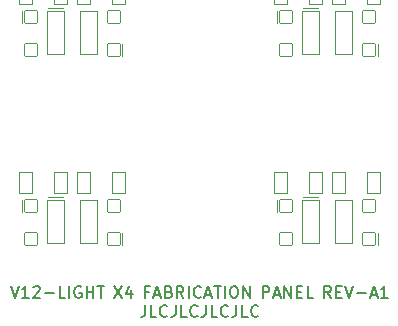
<source format=gto>
G04 #@! TF.GenerationSoftware,KiCad,Pcbnew,(7.0.0-0)*
G04 #@! TF.CreationDate,2025-09-03T19:42:49+12:00*
G04 #@! TF.ProjectId,polar_light_panelized_X4,706f6c61-725f-46c6-9967-68745f70616e,rev?*
G04 #@! TF.SameCoordinates,Original*
G04 #@! TF.FileFunction,Legend,Top*
G04 #@! TF.FilePolarity,Positive*
%FSLAX46Y46*%
G04 Gerber Fmt 4.6, Leading zero omitted, Abs format (unit mm)*
G04 Created by KiCad (PCBNEW (7.0.0-0)) date 2025-09-03 19:42:49*
%MOMM*%
%LPD*%
G01*
G04 APERTURE LIST*
G04 Aperture macros list*
%AMRoundRect*
0 Rectangle with rounded corners*
0 $1 Rounding radius*
0 $2 $3 $4 $5 $6 $7 $8 $9 X,Y pos of 4 corners*
0 Add a 4 corners polygon primitive as box body*
4,1,4,$2,$3,$4,$5,$6,$7,$8,$9,$2,$3,0*
0 Add four circle primitives for the rounded corners*
1,1,$1+$1,$2,$3*
1,1,$1+$1,$4,$5*
1,1,$1+$1,$6,$7*
1,1,$1+$1,$8,$9*
0 Add four rect primitives between the rounded corners*
20,1,$1+$1,$2,$3,$4,$5,0*
20,1,$1+$1,$4,$5,$6,$7,0*
20,1,$1+$1,$6,$7,$8,$9,0*
20,1,$1+$1,$8,$9,$2,$3,0*%
%AMFreePoly0*
4,1,31,0.382209,1.799478,0.489210,1.783888,0.503961,1.779330,0.614864,1.725113,0.628259,1.715548,0.715548,1.628259,0.725113,1.614864,0.779330,1.503961,0.783888,1.489210,0.799478,1.382209,0.800000,1.375000,0.800000,-1.750000,0.785355,-1.785355,0.750000,-1.800000,-0.750000,-1.800000,-0.785355,-1.785355,-0.800000,-1.750000,-0.800000,1.375000,-0.799478,1.382209,-0.783888,1.489210,
-0.779330,1.503961,-0.725113,1.614864,-0.715548,1.628259,-0.628259,1.715548,-0.614864,1.725113,-0.503961,1.779330,-0.489210,1.783888,-0.382209,1.799478,-0.375000,1.800000,0.375000,1.800000,0.382209,1.799478,0.382209,1.799478,$1*%
G04 Aperture macros list end*
%ADD10C,0.200000*%
%ADD11C,0.120000*%
%ADD12C,1.252000*%
%ADD13RoundRect,0.050000X0.550000X-0.550000X0.550000X0.550000X-0.550000X0.550000X-0.550000X-0.550000X0*%
%ADD14C,0.600000*%
%ADD15RoundRect,0.050000X-0.575000X-0.900000X0.575000X-0.900000X0.575000X0.900000X-0.575000X0.900000X0*%
%ADD16FreePoly0,180.000000*%
%ADD17RoundRect,0.050000X0.700000X1.850000X-0.700000X1.850000X-0.700000X-1.850000X0.700000X-1.850000X0*%
%ADD18RoundRect,0.050000X-0.550000X0.550000X-0.550000X-0.550000X0.550000X-0.550000X0.550000X0.550000X0*%
G04 APERTURE END LIST*
D10*
X133690476Y-110507380D02*
X134023809Y-111507380D01*
X134023809Y-111507380D02*
X134357142Y-110507380D01*
X135214285Y-111507380D02*
X134642857Y-111507380D01*
X134928571Y-111507380D02*
X134928571Y-110507380D01*
X134928571Y-110507380D02*
X134833333Y-110650238D01*
X134833333Y-110650238D02*
X134738095Y-110745476D01*
X134738095Y-110745476D02*
X134642857Y-110793095D01*
X135595238Y-110602619D02*
X135642857Y-110555000D01*
X135642857Y-110555000D02*
X135738095Y-110507380D01*
X135738095Y-110507380D02*
X135976190Y-110507380D01*
X135976190Y-110507380D02*
X136071428Y-110555000D01*
X136071428Y-110555000D02*
X136119047Y-110602619D01*
X136119047Y-110602619D02*
X136166666Y-110697857D01*
X136166666Y-110697857D02*
X136166666Y-110793095D01*
X136166666Y-110793095D02*
X136119047Y-110935952D01*
X136119047Y-110935952D02*
X135547619Y-111507380D01*
X135547619Y-111507380D02*
X136166666Y-111507380D01*
X136595238Y-111126428D02*
X137357143Y-111126428D01*
X138309523Y-111507380D02*
X137833333Y-111507380D01*
X137833333Y-111507380D02*
X137833333Y-110507380D01*
X138642857Y-111507380D02*
X138642857Y-110507380D01*
X139642856Y-110555000D02*
X139547618Y-110507380D01*
X139547618Y-110507380D02*
X139404761Y-110507380D01*
X139404761Y-110507380D02*
X139261904Y-110555000D01*
X139261904Y-110555000D02*
X139166666Y-110650238D01*
X139166666Y-110650238D02*
X139119047Y-110745476D01*
X139119047Y-110745476D02*
X139071428Y-110935952D01*
X139071428Y-110935952D02*
X139071428Y-111078809D01*
X139071428Y-111078809D02*
X139119047Y-111269285D01*
X139119047Y-111269285D02*
X139166666Y-111364523D01*
X139166666Y-111364523D02*
X139261904Y-111459761D01*
X139261904Y-111459761D02*
X139404761Y-111507380D01*
X139404761Y-111507380D02*
X139499999Y-111507380D01*
X139499999Y-111507380D02*
X139642856Y-111459761D01*
X139642856Y-111459761D02*
X139690475Y-111412142D01*
X139690475Y-111412142D02*
X139690475Y-111078809D01*
X139690475Y-111078809D02*
X139499999Y-111078809D01*
X140119047Y-111507380D02*
X140119047Y-110507380D01*
X140119047Y-110983571D02*
X140690475Y-110983571D01*
X140690475Y-111507380D02*
X140690475Y-110507380D01*
X141023809Y-110507380D02*
X141595237Y-110507380D01*
X141309523Y-111507380D02*
X141309523Y-110507380D01*
X142433333Y-110507380D02*
X143099999Y-111507380D01*
X143099999Y-110507380D02*
X142433333Y-111507380D01*
X143909523Y-110840714D02*
X143909523Y-111507380D01*
X143671428Y-110459761D02*
X143433333Y-111174047D01*
X143433333Y-111174047D02*
X144052380Y-111174047D01*
X145366666Y-110983571D02*
X145033333Y-110983571D01*
X145033333Y-111507380D02*
X145033333Y-110507380D01*
X145033333Y-110507380D02*
X145509523Y-110507380D01*
X145842857Y-111221666D02*
X146319047Y-111221666D01*
X145747619Y-111507380D02*
X146080952Y-110507380D01*
X146080952Y-110507380D02*
X146414285Y-111507380D01*
X147080952Y-110983571D02*
X147223809Y-111031190D01*
X147223809Y-111031190D02*
X147271428Y-111078809D01*
X147271428Y-111078809D02*
X147319047Y-111174047D01*
X147319047Y-111174047D02*
X147319047Y-111316904D01*
X147319047Y-111316904D02*
X147271428Y-111412142D01*
X147271428Y-111412142D02*
X147223809Y-111459761D01*
X147223809Y-111459761D02*
X147128571Y-111507380D01*
X147128571Y-111507380D02*
X146747619Y-111507380D01*
X146747619Y-111507380D02*
X146747619Y-110507380D01*
X146747619Y-110507380D02*
X147080952Y-110507380D01*
X147080952Y-110507380D02*
X147176190Y-110555000D01*
X147176190Y-110555000D02*
X147223809Y-110602619D01*
X147223809Y-110602619D02*
X147271428Y-110697857D01*
X147271428Y-110697857D02*
X147271428Y-110793095D01*
X147271428Y-110793095D02*
X147223809Y-110888333D01*
X147223809Y-110888333D02*
X147176190Y-110935952D01*
X147176190Y-110935952D02*
X147080952Y-110983571D01*
X147080952Y-110983571D02*
X146747619Y-110983571D01*
X148319047Y-111507380D02*
X147985714Y-111031190D01*
X147747619Y-111507380D02*
X147747619Y-110507380D01*
X147747619Y-110507380D02*
X148128571Y-110507380D01*
X148128571Y-110507380D02*
X148223809Y-110555000D01*
X148223809Y-110555000D02*
X148271428Y-110602619D01*
X148271428Y-110602619D02*
X148319047Y-110697857D01*
X148319047Y-110697857D02*
X148319047Y-110840714D01*
X148319047Y-110840714D02*
X148271428Y-110935952D01*
X148271428Y-110935952D02*
X148223809Y-110983571D01*
X148223809Y-110983571D02*
X148128571Y-111031190D01*
X148128571Y-111031190D02*
X147747619Y-111031190D01*
X148747619Y-111507380D02*
X148747619Y-110507380D01*
X149795237Y-111412142D02*
X149747618Y-111459761D01*
X149747618Y-111459761D02*
X149604761Y-111507380D01*
X149604761Y-111507380D02*
X149509523Y-111507380D01*
X149509523Y-111507380D02*
X149366666Y-111459761D01*
X149366666Y-111459761D02*
X149271428Y-111364523D01*
X149271428Y-111364523D02*
X149223809Y-111269285D01*
X149223809Y-111269285D02*
X149176190Y-111078809D01*
X149176190Y-111078809D02*
X149176190Y-110935952D01*
X149176190Y-110935952D02*
X149223809Y-110745476D01*
X149223809Y-110745476D02*
X149271428Y-110650238D01*
X149271428Y-110650238D02*
X149366666Y-110555000D01*
X149366666Y-110555000D02*
X149509523Y-110507380D01*
X149509523Y-110507380D02*
X149604761Y-110507380D01*
X149604761Y-110507380D02*
X149747618Y-110555000D01*
X149747618Y-110555000D02*
X149795237Y-110602619D01*
X150176190Y-111221666D02*
X150652380Y-111221666D01*
X150080952Y-111507380D02*
X150414285Y-110507380D01*
X150414285Y-110507380D02*
X150747618Y-111507380D01*
X150938095Y-110507380D02*
X151509523Y-110507380D01*
X151223809Y-111507380D02*
X151223809Y-110507380D01*
X151842857Y-111507380D02*
X151842857Y-110507380D01*
X152509523Y-110507380D02*
X152699999Y-110507380D01*
X152699999Y-110507380D02*
X152795237Y-110555000D01*
X152795237Y-110555000D02*
X152890475Y-110650238D01*
X152890475Y-110650238D02*
X152938094Y-110840714D01*
X152938094Y-110840714D02*
X152938094Y-111174047D01*
X152938094Y-111174047D02*
X152890475Y-111364523D01*
X152890475Y-111364523D02*
X152795237Y-111459761D01*
X152795237Y-111459761D02*
X152699999Y-111507380D01*
X152699999Y-111507380D02*
X152509523Y-111507380D01*
X152509523Y-111507380D02*
X152414285Y-111459761D01*
X152414285Y-111459761D02*
X152319047Y-111364523D01*
X152319047Y-111364523D02*
X152271428Y-111174047D01*
X152271428Y-111174047D02*
X152271428Y-110840714D01*
X152271428Y-110840714D02*
X152319047Y-110650238D01*
X152319047Y-110650238D02*
X152414285Y-110555000D01*
X152414285Y-110555000D02*
X152509523Y-110507380D01*
X153366666Y-111507380D02*
X153366666Y-110507380D01*
X153366666Y-110507380D02*
X153938094Y-111507380D01*
X153938094Y-111507380D02*
X153938094Y-110507380D01*
X155014285Y-111507380D02*
X155014285Y-110507380D01*
X155014285Y-110507380D02*
X155395237Y-110507380D01*
X155395237Y-110507380D02*
X155490475Y-110555000D01*
X155490475Y-110555000D02*
X155538094Y-110602619D01*
X155538094Y-110602619D02*
X155585713Y-110697857D01*
X155585713Y-110697857D02*
X155585713Y-110840714D01*
X155585713Y-110840714D02*
X155538094Y-110935952D01*
X155538094Y-110935952D02*
X155490475Y-110983571D01*
X155490475Y-110983571D02*
X155395237Y-111031190D01*
X155395237Y-111031190D02*
X155014285Y-111031190D01*
X155966666Y-111221666D02*
X156442856Y-111221666D01*
X155871428Y-111507380D02*
X156204761Y-110507380D01*
X156204761Y-110507380D02*
X156538094Y-111507380D01*
X156871428Y-111507380D02*
X156871428Y-110507380D01*
X156871428Y-110507380D02*
X157442856Y-111507380D01*
X157442856Y-111507380D02*
X157442856Y-110507380D01*
X157919047Y-110983571D02*
X158252380Y-110983571D01*
X158395237Y-111507380D02*
X157919047Y-111507380D01*
X157919047Y-111507380D02*
X157919047Y-110507380D01*
X157919047Y-110507380D02*
X158395237Y-110507380D01*
X159299999Y-111507380D02*
X158823809Y-111507380D01*
X158823809Y-111507380D02*
X158823809Y-110507380D01*
X160804761Y-111507380D02*
X160471428Y-111031190D01*
X160233333Y-111507380D02*
X160233333Y-110507380D01*
X160233333Y-110507380D02*
X160614285Y-110507380D01*
X160614285Y-110507380D02*
X160709523Y-110555000D01*
X160709523Y-110555000D02*
X160757142Y-110602619D01*
X160757142Y-110602619D02*
X160804761Y-110697857D01*
X160804761Y-110697857D02*
X160804761Y-110840714D01*
X160804761Y-110840714D02*
X160757142Y-110935952D01*
X160757142Y-110935952D02*
X160709523Y-110983571D01*
X160709523Y-110983571D02*
X160614285Y-111031190D01*
X160614285Y-111031190D02*
X160233333Y-111031190D01*
X161233333Y-110983571D02*
X161566666Y-110983571D01*
X161709523Y-111507380D02*
X161233333Y-111507380D01*
X161233333Y-111507380D02*
X161233333Y-110507380D01*
X161233333Y-110507380D02*
X161709523Y-110507380D01*
X161995238Y-110507380D02*
X162328571Y-111507380D01*
X162328571Y-111507380D02*
X162661904Y-110507380D01*
X162995238Y-111126428D02*
X163757143Y-111126428D01*
X164185714Y-111221666D02*
X164661904Y-111221666D01*
X164090476Y-111507380D02*
X164423809Y-110507380D01*
X164423809Y-110507380D02*
X164757142Y-111507380D01*
X165614285Y-111507380D02*
X165042857Y-111507380D01*
X165328571Y-111507380D02*
X165328571Y-110507380D01*
X165328571Y-110507380D02*
X165233333Y-110650238D01*
X165233333Y-110650238D02*
X165138095Y-110745476D01*
X165138095Y-110745476D02*
X165042857Y-110793095D01*
X145080951Y-112127380D02*
X145080951Y-112841666D01*
X145080951Y-112841666D02*
X145033332Y-112984523D01*
X145033332Y-112984523D02*
X144938094Y-113079761D01*
X144938094Y-113079761D02*
X144795237Y-113127380D01*
X144795237Y-113127380D02*
X144699999Y-113127380D01*
X146033332Y-113127380D02*
X145557142Y-113127380D01*
X145557142Y-113127380D02*
X145557142Y-112127380D01*
X146938094Y-113032142D02*
X146890475Y-113079761D01*
X146890475Y-113079761D02*
X146747618Y-113127380D01*
X146747618Y-113127380D02*
X146652380Y-113127380D01*
X146652380Y-113127380D02*
X146509523Y-113079761D01*
X146509523Y-113079761D02*
X146414285Y-112984523D01*
X146414285Y-112984523D02*
X146366666Y-112889285D01*
X146366666Y-112889285D02*
X146319047Y-112698809D01*
X146319047Y-112698809D02*
X146319047Y-112555952D01*
X146319047Y-112555952D02*
X146366666Y-112365476D01*
X146366666Y-112365476D02*
X146414285Y-112270238D01*
X146414285Y-112270238D02*
X146509523Y-112175000D01*
X146509523Y-112175000D02*
X146652380Y-112127380D01*
X146652380Y-112127380D02*
X146747618Y-112127380D01*
X146747618Y-112127380D02*
X146890475Y-112175000D01*
X146890475Y-112175000D02*
X146938094Y-112222619D01*
X147652380Y-112127380D02*
X147652380Y-112841666D01*
X147652380Y-112841666D02*
X147604761Y-112984523D01*
X147604761Y-112984523D02*
X147509523Y-113079761D01*
X147509523Y-113079761D02*
X147366666Y-113127380D01*
X147366666Y-113127380D02*
X147271428Y-113127380D01*
X148604761Y-113127380D02*
X148128571Y-113127380D01*
X148128571Y-113127380D02*
X148128571Y-112127380D01*
X149509523Y-113032142D02*
X149461904Y-113079761D01*
X149461904Y-113079761D02*
X149319047Y-113127380D01*
X149319047Y-113127380D02*
X149223809Y-113127380D01*
X149223809Y-113127380D02*
X149080952Y-113079761D01*
X149080952Y-113079761D02*
X148985714Y-112984523D01*
X148985714Y-112984523D02*
X148938095Y-112889285D01*
X148938095Y-112889285D02*
X148890476Y-112698809D01*
X148890476Y-112698809D02*
X148890476Y-112555952D01*
X148890476Y-112555952D02*
X148938095Y-112365476D01*
X148938095Y-112365476D02*
X148985714Y-112270238D01*
X148985714Y-112270238D02*
X149080952Y-112175000D01*
X149080952Y-112175000D02*
X149223809Y-112127380D01*
X149223809Y-112127380D02*
X149319047Y-112127380D01*
X149319047Y-112127380D02*
X149461904Y-112175000D01*
X149461904Y-112175000D02*
X149509523Y-112222619D01*
X150223809Y-112127380D02*
X150223809Y-112841666D01*
X150223809Y-112841666D02*
X150176190Y-112984523D01*
X150176190Y-112984523D02*
X150080952Y-113079761D01*
X150080952Y-113079761D02*
X149938095Y-113127380D01*
X149938095Y-113127380D02*
X149842857Y-113127380D01*
X151176190Y-113127380D02*
X150700000Y-113127380D01*
X150700000Y-113127380D02*
X150700000Y-112127380D01*
X152080952Y-113032142D02*
X152033333Y-113079761D01*
X152033333Y-113079761D02*
X151890476Y-113127380D01*
X151890476Y-113127380D02*
X151795238Y-113127380D01*
X151795238Y-113127380D02*
X151652381Y-113079761D01*
X151652381Y-113079761D02*
X151557143Y-112984523D01*
X151557143Y-112984523D02*
X151509524Y-112889285D01*
X151509524Y-112889285D02*
X151461905Y-112698809D01*
X151461905Y-112698809D02*
X151461905Y-112555952D01*
X151461905Y-112555952D02*
X151509524Y-112365476D01*
X151509524Y-112365476D02*
X151557143Y-112270238D01*
X151557143Y-112270238D02*
X151652381Y-112175000D01*
X151652381Y-112175000D02*
X151795238Y-112127380D01*
X151795238Y-112127380D02*
X151890476Y-112127380D01*
X151890476Y-112127380D02*
X152033333Y-112175000D01*
X152033333Y-112175000D02*
X152080952Y-112222619D01*
X152795238Y-112127380D02*
X152795238Y-112841666D01*
X152795238Y-112841666D02*
X152747619Y-112984523D01*
X152747619Y-112984523D02*
X152652381Y-113079761D01*
X152652381Y-113079761D02*
X152509524Y-113127380D01*
X152509524Y-113127380D02*
X152414286Y-113127380D01*
X153747619Y-113127380D02*
X153271429Y-113127380D01*
X153271429Y-113127380D02*
X153271429Y-112127380D01*
X154652381Y-113032142D02*
X154604762Y-113079761D01*
X154604762Y-113079761D02*
X154461905Y-113127380D01*
X154461905Y-113127380D02*
X154366667Y-113127380D01*
X154366667Y-113127380D02*
X154223810Y-113079761D01*
X154223810Y-113079761D02*
X154128572Y-112984523D01*
X154128572Y-112984523D02*
X154080953Y-112889285D01*
X154080953Y-112889285D02*
X154033334Y-112698809D01*
X154033334Y-112698809D02*
X154033334Y-112555952D01*
X154033334Y-112555952D02*
X154080953Y-112365476D01*
X154080953Y-112365476D02*
X154128572Y-112270238D01*
X154128572Y-112270238D02*
X154223810Y-112175000D01*
X154223810Y-112175000D02*
X154366667Y-112127380D01*
X154366667Y-112127380D02*
X154461905Y-112127380D01*
X154461905Y-112127380D02*
X154604762Y-112175000D01*
X154604762Y-112175000D02*
X154652381Y-112222619D01*
D11*
X164750000Y-91050000D02*
X164750000Y-90050000D01*
X136850000Y-103000000D02*
X138150000Y-103000000D01*
X156250000Y-87250000D02*
X156250000Y-88250000D01*
X156250000Y-103250000D02*
X156250000Y-104250000D01*
X158450000Y-87000000D02*
X159750000Y-87000000D01*
X136850000Y-87000000D02*
X138150000Y-87000000D01*
X143150000Y-107050000D02*
X143150000Y-106050000D01*
X143150000Y-91050000D02*
X143150000Y-90050000D01*
X158450000Y-103000000D02*
X159750000Y-103000000D01*
X134650000Y-103250000D02*
X134650000Y-104250000D01*
X134650000Y-87250000D02*
X134650000Y-88250000D01*
X164750000Y-107050000D02*
X164750000Y-106050000D01*
%LPC*%
D12*
X128100000Y-111950000D03*
D13*
X164000000Y-90550000D03*
X164000000Y-87750000D03*
D14*
X132600036Y-103450001D03*
X132600034Y-102700001D03*
X132600034Y-101950019D03*
X132600034Y-101200001D03*
X132600034Y-100450001D03*
D15*
X134975000Y-85800000D03*
X137925000Y-85800000D03*
X134975000Y-101800000D03*
X137925000Y-101800000D03*
D16*
X164500000Y-98450000D03*
D17*
X137500000Y-105050000D03*
X140300000Y-105050000D03*
D14*
X166800000Y-78200000D03*
X166800000Y-77450000D03*
X166800000Y-76700000D03*
X166800000Y-75950000D03*
X166800000Y-75200000D03*
X166800000Y-74450000D03*
X166800000Y-73700000D03*
D16*
X156500000Y-82450000D03*
D15*
X156575000Y-85800000D03*
X159525000Y-85800000D03*
D12*
X171300000Y-111950000D03*
D14*
X154200035Y-87450038D03*
X154200033Y-86700038D03*
X154200033Y-85950056D03*
X154200033Y-85200038D03*
X154200033Y-84450038D03*
D18*
X157000000Y-87750000D03*
X157000000Y-90550000D03*
D15*
X156575000Y-101800000D03*
X159525000Y-101800000D03*
D18*
X157000000Y-103750000D03*
X157000000Y-106550000D03*
D16*
X156500000Y-98450000D03*
D14*
X166800000Y-100450000D03*
X166800002Y-101200000D03*
X166800002Y-101949982D03*
X166800002Y-102700000D03*
X166800002Y-103450000D03*
X132600000Y-114200000D03*
X132600000Y-113450000D03*
X132600000Y-112700000D03*
X132600000Y-111950000D03*
X132600000Y-111200000D03*
X132600000Y-110450000D03*
X132600000Y-109700000D03*
D16*
X142900000Y-82450000D03*
D15*
X161475000Y-85800000D03*
X164425000Y-85800000D03*
D17*
X159100000Y-89050000D03*
X161900000Y-89050000D03*
D16*
X142900000Y-98450000D03*
D17*
X137500000Y-89050000D03*
X140300000Y-89050000D03*
D15*
X161475000Y-101800000D03*
X164425000Y-101800000D03*
D14*
X166800035Y-84450038D03*
X166800037Y-85200038D03*
X166800037Y-85950020D03*
X166800037Y-86700038D03*
X166800037Y-87450038D03*
D16*
X164500000Y-82450000D03*
D13*
X142400000Y-106550000D03*
X142400000Y-103750000D03*
D16*
X134900000Y-82450000D03*
D13*
X142400000Y-90550000D03*
X142400000Y-87750000D03*
D17*
X159100000Y-105050000D03*
X161900000Y-105050000D03*
D15*
X139875000Y-85800000D03*
X142825000Y-85800000D03*
D16*
X134900000Y-98450000D03*
D18*
X135400000Y-103750000D03*
X135400000Y-106550000D03*
D14*
X145200036Y-84450001D03*
X145200038Y-85200001D03*
X145200038Y-85949983D03*
X145200038Y-86700001D03*
X145200038Y-87450001D03*
D15*
X139875000Y-101800000D03*
X142825000Y-101800000D03*
D14*
X132600036Y-87450001D03*
X132600034Y-86700001D03*
X132600034Y-85950019D03*
X132600034Y-85200001D03*
X132600034Y-84450001D03*
X166800000Y-114200000D03*
X166800000Y-113450000D03*
X166800000Y-112700000D03*
X166800000Y-111950000D03*
X166800000Y-111200000D03*
X166800000Y-110450000D03*
X166800000Y-109700000D03*
D12*
X149700000Y-75950000D03*
D18*
X135400000Y-87750000D03*
X135400000Y-90550000D03*
D14*
X145200036Y-100450001D03*
X145200038Y-101200001D03*
X145200038Y-101949983D03*
X145200038Y-102700001D03*
X145200038Y-103450001D03*
D13*
X164000000Y-106550000D03*
X164000000Y-103750000D03*
D14*
X154200000Y-103450000D03*
X154199998Y-102700000D03*
X154199998Y-101950018D03*
X154199998Y-101200000D03*
X154199998Y-100450000D03*
X132600000Y-78200000D03*
X132600000Y-77450000D03*
X132600000Y-76700000D03*
X132600000Y-75950000D03*
X132600000Y-75200000D03*
X132600000Y-74450000D03*
X132600000Y-73700000D03*
M02*

</source>
